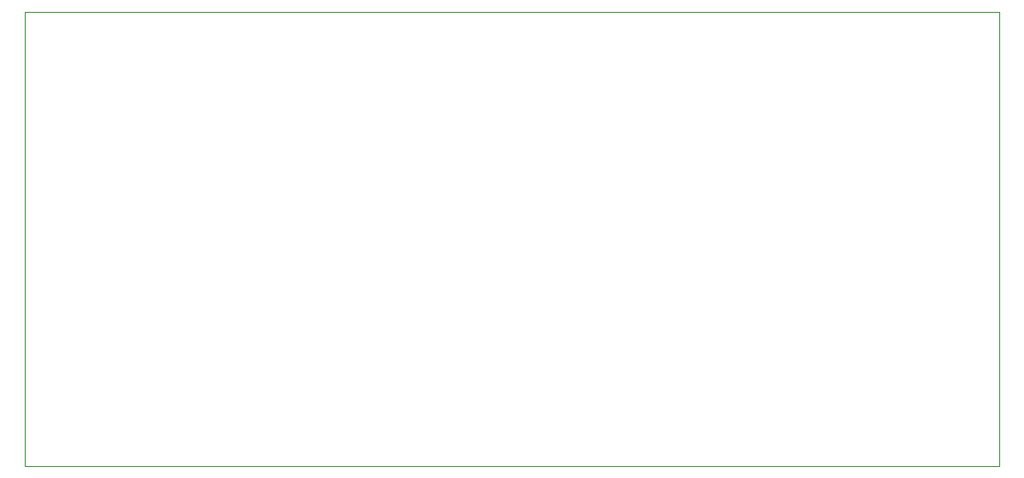
<source format=gm1>
%TF.GenerationSoftware,KiCad,Pcbnew,8.0.5*%
%TF.CreationDate,2025-03-03T20:32:12+01:00*%
%TF.ProjectId,Tester backlight LED,54657374-6572-4206-9261-636b6c696768,rev?*%
%TF.SameCoordinates,Original*%
%TF.FileFunction,Profile,NP*%
%FSLAX46Y46*%
G04 Gerber Fmt 4.6, Leading zero omitted, Abs format (unit mm)*
G04 Created by KiCad (PCBNEW 8.0.5) date 2025-03-03 20:32:12*
%MOMM*%
%LPD*%
G01*
G04 APERTURE LIST*
%TA.AperFunction,Profile*%
%ADD10C,0.050000*%
%TD*%
G04 APERTURE END LIST*
D10*
X122558800Y-66950000D02*
X212500000Y-66950000D01*
X212500000Y-109000000D01*
X122558800Y-109000000D01*
X122558800Y-66950000D01*
M02*

</source>
